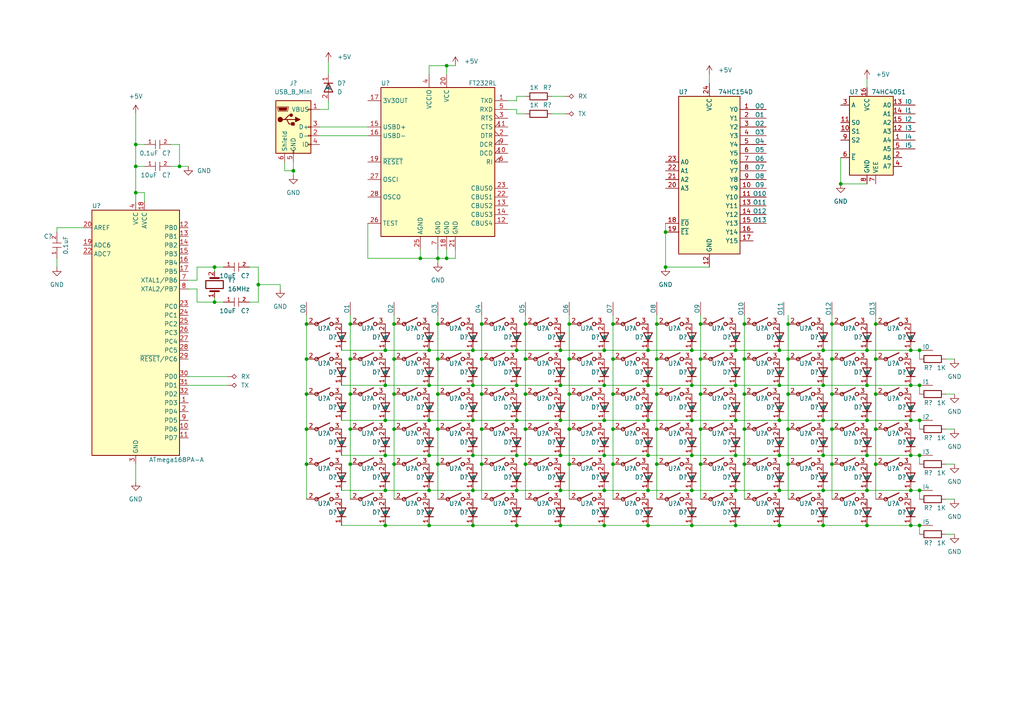
<source format=kicad_sch>
(kicad_sch (version 20211123) (generator eeschema)
  (paper "A4")
  (junction (at 129.54 19.05))
  (junction (at 226.06 121.92))
  (junction (at 215.9 104.14))
  (junction (at 226.06 111.76))
  (junction (at 187.96 142.24))
  (junction (at 162.56 132.08))
  (junction (at 213.36 111.76))
  (junction (at 251.46 121.92))
  (junction (at 238.76 121.92))
  (junction (at 149.86 101.6))
  (junction (at 139.7 114.3))
  (junction (at 190.5 114.3))
  (junction (at 200.66 152.4))
  (junction (at 187.96 101.6))
  (junction (at 127 134.62))
  (junction (at 200.66 132.08))
  (junction (at 162.56 152.4))
  (junction (at 114.3 104.14))
  (junction (at 266.7 121.92))
  (junction (at 203.2 93.98))
  (junction (at 101.6 134.62))
  (junction (at 193.04 77.47))
  (junction (at 152.4 134.62))
  (junction (at 187.96 121.92))
  (junction (at 226.06 142.24))
  (junction (at 238.76 142.24))
  (junction (at 127 104.14))
  (junction (at 111.76 101.6))
  (junction (at 88.9 124.46))
  (junction (at 111.76 152.4))
  (junction (at 200.66 111.76))
  (junction (at 137.16 121.92))
  (junction (at 187.96 111.76))
  (junction (at 226.06 132.08))
  (junction (at 139.7 104.14))
  (junction (at 228.6 93.98))
  (junction (at 228.6 114.3))
  (junction (at 241.3 104.14))
  (junction (at 152.4 124.46))
  (junction (at 149.86 152.4))
  (junction (at 251.46 111.76))
  (junction (at 264.16 111.76))
  (junction (at 203.2 134.62))
  (junction (at 121.92 74.93))
  (junction (at 165.1 124.46))
  (junction (at 137.16 101.6))
  (junction (at 152.4 114.3))
  (junction (at 200.66 121.92))
  (junction (at 251.46 132.08))
  (junction (at 213.36 121.92))
  (junction (at 226.06 152.4))
  (junction (at 124.46 121.92))
  (junction (at 88.9 104.14))
  (junction (at 264.16 142.24))
  (junction (at 193.04 67.31))
  (junction (at 228.6 104.14))
  (junction (at 137.16 152.4))
  (junction (at 114.3 93.98))
  (junction (at 175.26 111.76))
  (junction (at 162.56 111.76))
  (junction (at 165.1 104.14))
  (junction (at 226.06 101.6))
  (junction (at 215.9 114.3))
  (junction (at 101.6 114.3))
  (junction (at 165.1 93.98))
  (junction (at 149.86 121.92))
  (junction (at 187.96 152.4))
  (junction (at 162.56 101.6))
  (junction (at 190.5 93.98))
  (junction (at 127 114.3))
  (junction (at 213.36 132.08))
  (junction (at 39.37 55.88))
  (junction (at 114.3 114.3))
  (junction (at 177.8 104.14))
  (junction (at 139.7 134.62))
  (junction (at 228.6 134.62))
  (junction (at 175.26 121.92))
  (junction (at 101.6 104.14))
  (junction (at 228.6 124.46))
  (junction (at 127 93.98))
  (junction (at 111.76 111.76))
  (junction (at 266.7 152.4))
  (junction (at 88.9 93.98))
  (junction (at 254 104.14))
  (junction (at 137.16 142.24))
  (junction (at 254 124.46))
  (junction (at 177.8 93.98))
  (junction (at 162.56 121.92))
  (junction (at 251.46 152.4))
  (junction (at 111.76 132.08))
  (junction (at 254 134.62))
  (junction (at 162.56 142.24))
  (junction (at 264.16 121.92))
  (junction (at 215.9 124.46))
  (junction (at 266.7 101.6))
  (junction (at 177.8 114.3))
  (junction (at 111.76 142.24))
  (junction (at 114.3 124.46))
  (junction (at 243.84 53.34))
  (junction (at 203.2 104.14))
  (junction (at 149.86 142.24))
  (junction (at 88.9 114.3))
  (junction (at 254 114.3))
  (junction (at 200.66 101.6))
  (junction (at 139.7 93.98))
  (junction (at 124.46 142.24))
  (junction (at 251.46 101.6))
  (junction (at 88.9 134.62))
  (junction (at 266.7 142.24))
  (junction (at 152.4 104.14))
  (junction (at 114.3 134.62))
  (junction (at 254 93.98))
  (junction (at 264.16 152.4))
  (junction (at 251.46 142.24))
  (junction (at 264.16 101.6))
  (junction (at 190.5 104.14))
  (junction (at 175.26 152.4))
  (junction (at 266.7 132.08))
  (junction (at 264.16 132.08))
  (junction (at 238.76 101.6))
  (junction (at 203.2 114.3))
  (junction (at 139.7 124.46))
  (junction (at 175.26 142.24))
  (junction (at 238.76 132.08))
  (junction (at 213.36 101.6))
  (junction (at 165.1 134.62))
  (junction (at 213.36 142.24))
  (junction (at 101.6 93.98))
  (junction (at 203.2 124.46))
  (junction (at 137.16 132.08))
  (junction (at 175.26 132.08))
  (junction (at 74.93 82.55))
  (junction (at 215.9 134.62))
  (junction (at 149.86 111.76))
  (junction (at 152.4 93.98))
  (junction (at 39.37 48.26))
  (junction (at 85.09 49.53))
  (junction (at 127 74.93))
  (junction (at 177.8 134.62))
  (junction (at 190.5 134.62))
  (junction (at 124.46 152.4))
  (junction (at 177.8 124.46))
  (junction (at 39.37 41.91))
  (junction (at 241.3 124.46))
  (junction (at 238.76 111.76))
  (junction (at 213.36 152.4))
  (junction (at 241.3 134.62))
  (junction (at 149.86 132.08))
  (junction (at 101.6 124.46))
  (junction (at 266.7 111.76))
  (junction (at 200.66 142.24))
  (junction (at 62.23 77.47))
  (junction (at 215.9 93.98))
  (junction (at 241.3 114.3))
  (junction (at 62.23 87.63))
  (junction (at 165.1 114.3))
  (junction (at 124.46 101.6))
  (junction (at 241.3 93.98))
  (junction (at 175.26 101.6))
  (junction (at 238.76 152.4))
  (junction (at 124.46 111.76))
  (junction (at 187.96 132.08))
  (junction (at 124.46 132.08))
  (junction (at 111.76 121.92))
  (junction (at 127 124.46))
  (junction (at 129.54 74.93))
  (junction (at 52.07 48.26))
  (junction (at 137.16 111.76))
  (junction (at 190.5 124.46))
  (wire (pts (xy 190.5 124.46) (xy 190.5 134.62)))
  (wire (pts (xy 187.96 121.92) (xy 200.66 121.92)))
  (wire (pts (xy 62.23 77.47) (xy 64.77 77.47)))
  (wire (pts (xy 88.9 93.98) (xy 88.9 104.14)))
  (wire (pts (xy 203.2 104.14) (xy 203.2 114.3)))
  (wire (pts (xy 226.06 142.24) (xy 238.76 142.24)))
  (wire (pts (xy 114.3 124.46) (xy 114.3 134.62)))
  (wire (pts (xy 241.3 104.14) (xy 241.3 114.3)))
  (wire (pts (xy 52.07 41.91) (xy 52.07 48.26)))
  (wire (pts (xy 16.51 66.04) (xy 24.13 66.04)))
  (wire (pts (xy 241.3 93.98) (xy 241.3 104.14)))
  (wire (pts (xy 177.8 91.44) (xy 177.8 93.98)))
  (wire (pts (xy 39.37 48.26) (xy 39.37 55.88)))
  (wire (pts (xy 149.86 29.21) (xy 149.86 27.94)))
  (wire (pts (xy 228.6 104.14) (xy 228.6 114.3)))
  (wire (pts (xy 266.7 152.4) (xy 266.7 154.94)))
  (wire (pts (xy 205.74 21.59) (xy 205.74 24.13)))
  (wire (pts (xy 215.9 124.46) (xy 215.9 134.62)))
  (wire (pts (xy 124.46 21.59) (xy 124.46 19.05)))
  (wire (pts (xy 149.86 121.92) (xy 162.56 121.92)))
  (wire (pts (xy 200.66 152.4) (xy 213.36 152.4)))
  (wire (pts (xy 215.9 104.14) (xy 215.9 114.3)))
  (wire (pts (xy 175.26 121.92) (xy 187.96 121.92)))
  (wire (pts (xy 137.16 101.6) (xy 149.86 101.6)))
  (wire (pts (xy 121.92 72.39) (xy 121.92 74.93)))
  (wire (pts (xy 266.7 101.6) (xy 266.7 104.14)))
  (wire (pts (xy 165.1 91.44) (xy 165.1 93.98)))
  (wire (pts (xy 74.93 82.55) (xy 74.93 87.63)))
  (wire (pts (xy 200.66 121.92) (xy 213.36 121.92)))
  (wire (pts (xy 213.36 121.92) (xy 226.06 121.92)))
  (wire (pts (xy 213.36 101.6) (xy 226.06 101.6)))
  (wire (pts (xy 175.26 101.6) (xy 187.96 101.6)))
  (wire (pts (xy 187.96 101.6) (xy 200.66 101.6)))
  (wire (pts (xy 92.71 31.75) (xy 95.25 31.75)))
  (wire (pts (xy 266.7 132.08) (xy 266.7 134.62)))
  (wire (pts (xy 175.26 152.4) (xy 187.96 152.4)))
  (wire (pts (xy 274.32 144.78) (xy 276.86 144.78)))
  (wire (pts (xy 264.16 152.4) (xy 266.7 152.4)))
  (wire (pts (xy 52.07 48.26) (xy 54.61 48.26)))
  (wire (pts (xy 99.06 152.4) (xy 111.76 152.4)))
  (wire (pts (xy 39.37 41.91) (xy 41.91 41.91)))
  (wire (pts (xy 190.5 104.14) (xy 190.5 114.3)))
  (wire (pts (xy 162.56 121.92) (xy 175.26 121.92)))
  (wire (pts (xy 264.16 111.76) (xy 266.7 111.76)))
  (wire (pts (xy 85.09 49.53) (xy 85.09 50.8)))
  (wire (pts (xy 162.56 101.6) (xy 175.26 101.6)))
  (wire (pts (xy 152.4 104.14) (xy 152.4 114.3)))
  (wire (pts (xy 203.2 124.46) (xy 203.2 134.62)))
  (wire (pts (xy 111.76 152.4) (xy 124.46 152.4)))
  (wire (pts (xy 200.66 101.6) (xy 213.36 101.6)))
  (wire (pts (xy 149.86 27.94) (xy 152.4 27.94)))
  (wire (pts (xy 124.46 19.05) (xy 129.54 19.05)))
  (wire (pts (xy 175.26 142.24) (xy 187.96 142.24)))
  (wire (pts (xy 57.15 81.28) (xy 57.15 77.47)))
  (wire (pts (xy 124.46 132.08) (xy 137.16 132.08)))
  (wire (pts (xy 215.9 93.98) (xy 215.9 104.14)))
  (wire (pts (xy 213.36 152.4) (xy 226.06 152.4)))
  (wire (pts (xy 190.5 134.62) (xy 190.5 144.78)))
  (wire (pts (xy 226.06 111.76) (xy 238.76 111.76)))
  (wire (pts (xy 82.55 49.53) (xy 85.09 49.53)))
  (wire (pts (xy 274.32 104.14) (xy 276.86 104.14)))
  (wire (pts (xy 165.1 104.14) (xy 165.1 114.3)))
  (wire (pts (xy 241.3 124.46) (xy 241.3 134.62)))
  (wire (pts (xy 243.84 53.34) (xy 251.46 53.34)))
  (wire (pts (xy 39.37 134.62) (xy 39.37 139.7)))
  (wire (pts (xy 238.76 132.08) (xy 251.46 132.08)))
  (wire (pts (xy 127 74.93) (xy 129.54 74.93)))
  (wire (pts (xy 254 134.62) (xy 254 144.78)))
  (wire (pts (xy 165.1 124.46) (xy 165.1 134.62)))
  (wire (pts (xy 238.76 142.24) (xy 251.46 142.24)))
  (wire (pts (xy 264.16 121.92) (xy 266.7 121.92)))
  (wire (pts (xy 187.96 132.08) (xy 200.66 132.08)))
  (wire (pts (xy 213.36 132.08) (xy 226.06 132.08)))
  (wire (pts (xy 39.37 33.02) (xy 39.37 41.91)))
  (wire (pts (xy 114.3 114.3) (xy 114.3 124.46)))
  (wire (pts (xy 124.46 142.24) (xy 137.16 142.24)))
  (wire (pts (xy 241.3 114.3) (xy 241.3 124.46)))
  (wire (pts (xy 127 72.39) (xy 127 74.93)))
  (wire (pts (xy 106.68 64.77) (xy 106.68 74.93)))
  (wire (pts (xy 54.61 109.22) (xy 66.04 109.22)))
  (wire (pts (xy 127 134.62) (xy 127 144.78)))
  (wire (pts (xy 101.6 134.62) (xy 101.6 144.78)))
  (wire (pts (xy 124.46 111.76) (xy 137.16 111.76)))
  (wire (pts (xy 99.06 101.6) (xy 111.76 101.6)))
  (wire (pts (xy 213.36 111.76) (xy 226.06 111.76)))
  (wire (pts (xy 99.06 121.92) (xy 111.76 121.92)))
  (wire (pts (xy 200.66 142.24) (xy 213.36 142.24)))
  (wire (pts (xy 243.84 45.72) (xy 243.84 53.34)))
  (wire (pts (xy 165.1 114.3) (xy 165.1 124.46)))
  (wire (pts (xy 101.6 91.44) (xy 101.6 93.98)))
  (wire (pts (xy 251.46 111.76) (xy 264.16 111.76)))
  (wire (pts (xy 152.4 124.46) (xy 152.4 134.62)))
  (wire (pts (xy 114.3 104.14) (xy 114.3 114.3)))
  (wire (pts (xy 162.56 132.08) (xy 175.26 132.08)))
  (wire (pts (xy 92.71 36.83) (xy 106.68 36.83)))
  (wire (pts (xy 162.56 111.76) (xy 175.26 111.76)))
  (wire (pts (xy 149.86 33.02) (xy 152.4 33.02)))
  (wire (pts (xy 177.8 104.14) (xy 177.8 114.3)))
  (wire (pts (xy 139.7 134.62) (xy 139.7 144.78)))
  (wire (pts (xy 205.74 77.47) (xy 193.04 77.47)))
  (wire (pts (xy 149.86 152.4) (xy 162.56 152.4)))
  (wire (pts (xy 152.4 93.98) (xy 152.4 104.14)))
  (wire (pts (xy 54.61 81.28) (xy 57.15 81.28)))
  (wire (pts (xy 95.25 17.78) (xy 95.25 21.59)))
  (wire (pts (xy 274.32 154.94) (xy 276.86 154.94)))
  (wire (pts (xy 74.93 77.47) (xy 74.93 82.55)))
  (wire (pts (xy 177.8 114.3) (xy 177.8 124.46)))
  (wire (pts (xy 62.23 87.63) (xy 64.77 87.63)))
  (wire (pts (xy 54.61 111.76) (xy 66.04 111.76)))
  (wire (pts (xy 187.96 111.76) (xy 200.66 111.76)))
  (wire (pts (xy 254 124.46) (xy 254 134.62)))
  (wire (pts (xy 241.3 91.44) (xy 241.3 93.9735)))
  (wire (pts (xy 152.4 91.44) (xy 152.4 93.98)))
  (wire (pts (xy 251.46 22.86) (xy 251.46 25.4)))
  (wire (pts (xy 111.76 132.08) (xy 124.46 132.08)))
  (wire (pts (xy 251.46 132.08) (xy 264.16 132.08)))
  (wire (pts (xy 177.8 124.46) (xy 177.8 134.62)))
  (wire (pts (xy 215.9 114.3) (xy 215.9 124.46)))
  (wire (pts (xy 127 114.3) (xy 127 124.46)))
  (wire (pts (xy 147.32 31.75) (xy 149.86 31.75)))
  (wire (pts (xy 190.5 114.3) (xy 190.5 124.46)))
  (wire (pts (xy 57.15 83.82) (xy 57.15 87.63)))
  (wire (pts (xy 139.7 91.44) (xy 139.7 93.98)))
  (wire (pts (xy 88.9 134.62) (xy 88.9 144.78)))
  (wire (pts (xy 228.6 114.3) (xy 228.6 124.46)))
  (wire (pts (xy 215.9 134.62) (xy 215.9 144.78)))
  (wire (pts (xy 147.32 29.21) (xy 149.86 29.21)))
  (wire (pts (xy 203.2 114.3) (xy 203.2 124.46)))
  (wire (pts (xy 49.53 48.26) (xy 52.07 48.26)))
  (wire (pts (xy 254 104.14) (xy 254 114.3)))
  (wire (pts (xy 114.3 91.44) (xy 114.3 93.98)))
  (wire (pts (xy 228.6 91.44) (xy 228.6 93.9735)))
  (wire (pts (xy 137.16 152.4) (xy 149.86 152.4)))
  (wire (pts (xy 41.91 58.42) (xy 41.91 55.88)))
  (wire (pts (xy 49.53 41.91) (xy 52.07 41.91)))
  (wire (pts (xy 99.06 111.76) (xy 111.76 111.76)))
  (wire (pts (xy 193.04 67.31) (xy 193.04 64.77)))
  (wire (pts (xy 238.76 111.76) (xy 251.46 111.76)))
  (wire (pts (xy 127 91.44) (xy 127 93.98)))
  (wire (pts (xy 121.92 74.93) (xy 127 74.93)))
  (wire (pts (xy 129.54 72.39) (xy 129.54 74.93)))
  (wire (pts (xy 251.46 121.92) (xy 264.16 121.92)))
  (wire (pts (xy 251.46 101.6) (xy 264.16 101.6)))
  (wire (pts (xy 92.71 39.37) (xy 106.68 39.37)))
  (wire (pts (xy 88.9 114.3) (xy 88.9 124.46)))
  (wire (pts (xy 264.16 101.6) (xy 266.7 101.6)))
  (wire (pts (xy 200.66 111.76) (xy 213.36 111.76)))
  (wire (pts (xy 85.09 49.53) (xy 85.09 46.99)))
  (wire (pts (xy 39.37 48.26) (xy 41.91 48.26)))
  (wire (pts (xy 74.93 87.63) (xy 72.39 87.63)))
  (wire (pts (xy 254 114.3) (xy 254 124.46)))
  (wire (pts (xy 254 93.98) (xy 254 104.14)))
  (wire (pts (xy 266.7 111.76) (xy 266.7 114.3)))
  (wire (pts (xy 228.6 134.62) (xy 228.6 144.78)))
  (wire (pts (xy 226.06 121.92) (xy 238.76 121.92)))
  (wire (pts (xy 99.06 142.24) (xy 111.76 142.24)))
  (wire (pts (xy 39.37 58.42) (xy 39.37 55.88)))
  (wire (pts (xy 16.51 67.31) (xy 16.51 66.04)))
  (wire (pts (xy 57.15 77.47) (xy 62.23 77.47)))
  (wire (pts (xy 124.46 101.6) (xy 137.16 101.6)))
  (wire (pts (xy 177.8 134.62) (xy 177.8 144.78)))
  (wire (pts (xy 101.6 104.14) (xy 101.6 114.3)))
  (wire (pts (xy 203.2 91.4465) (xy 203.2 93.98)))
  (wire (pts (xy 129.54 19.05) (xy 132.08 19.05)))
  (wire (pts (xy 203.2 134.62) (xy 203.2 144.78)))
  (wire (pts (xy 137.16 121.92) (xy 149.86 121.92)))
  (wire (pts (xy 177.8 93.98) (xy 177.8 104.14)))
  (wire (pts (xy 226.06 101.6) (xy 238.76 101.6)))
  (wire (pts (xy 137.16 132.08) (xy 149.86 132.08)))
  (wire (pts (xy 124.46 121.92) (xy 137.16 121.92)))
  (wire (pts (xy 127 74.93) (xy 127 76.2)))
  (wire (pts (xy 149.86 101.6) (xy 162.56 101.6)))
  (wire (pts (xy 274.32 134.62) (xy 276.86 134.62)))
  (wire (pts (xy 149.86 31.75) (xy 149.86 33.02)))
  (wire (pts (xy 137.16 142.24) (xy 149.86 142.24)))
  (wire (pts (xy 251.46 152.4) (xy 264.16 152.4)))
  (wire (pts (xy 16.51 74.93) (xy 16.51 77.47)))
  (wire (pts (xy 228.6 124.46) (xy 228.6 134.62)))
  (wire (pts (xy 193.04 77.47) (xy 193.04 67.31)))
  (wire (pts (xy 57.15 87.63) (xy 62.23 87.63)))
  (wire (pts (xy 152.4 114.3) (xy 152.4 124.46)))
  (wire (pts (xy 139.7 124.46) (xy 139.7 134.62)))
  (wire (pts (xy 111.76 111.76) (xy 124.46 111.76)))
  (wire (pts (xy 241.3 134.62) (xy 241.3 144.78)))
  (wire (pts (xy 111.76 142.24) (xy 124.46 142.24)))
  (wire (pts (xy 165.1 93.98) (xy 165.1 104.14)))
  (wire (pts (xy 124.46 152.4) (xy 137.16 152.4)))
  (wire (pts (xy 213.36 142.24) (xy 226.06 142.24)))
  (wire (pts (xy 127 93.98) (xy 127 104.14)))
  (wire (pts (xy 114.3 134.62) (xy 114.3 144.78)))
  (wire (pts (xy 175.26 111.76) (xy 187.96 111.76)))
  (wire (pts (xy 149.86 142.24) (xy 162.56 142.24)))
  (wire (pts (xy 264.16 132.08) (xy 266.7 132.08)))
  (wire (pts (xy 101.6 93.98) (xy 101.6 104.14)))
  (wire (pts (xy 139.7 104.14) (xy 139.7 114.3)))
  (wire (pts (xy 81.28 83.82) (xy 81.28 82.55)))
  (wire (pts (xy 111.76 101.6) (xy 124.46 101.6)))
  (wire (pts (xy 137.16 111.76) (xy 149.86 111.76)))
  (wire (pts (xy 127 104.14) (xy 127 114.3)))
  (wire (pts (xy 226.06 132.08) (xy 238.76 132.08)))
  (wire (pts (xy 111.76 121.92) (xy 124.46 121.92)))
  (wire (pts (xy 175.26 132.08) (xy 187.96 132.08)))
  (wire (pts (xy 101.6 114.3) (xy 101.6 124.46)))
  (wire (pts (xy 101.6 124.46) (xy 101.6 134.62)))
  (wire (pts (xy 190.5 91.44) (xy 190.5 93.98)))
  (wire (pts (xy 139.7 114.3) (xy 139.7 124.46)))
  (wire (pts (xy 114.3 93.98) (xy 114.3 104.14)))
  (wire (pts (xy 88.9 124.46) (xy 88.9 134.62)))
  (wire (pts (xy 62.23 86.36) (xy 62.23 87.63)))
  (wire (pts (xy 41.91 55.88) (xy 39.37 55.88)))
  (wire (pts (xy 238.76 101.6) (xy 251.46 101.6)))
  (wire (pts (xy 251.46 142.24) (xy 264.16 142.24)))
  (wire (pts (xy 200.66 132.08) (xy 213.36 132.08)))
  (wire (pts (xy 132.08 74.93) (xy 132.08 72.39)))
  (wire (pts (xy 228.6 93.98) (xy 228.6 104.14)))
  (wire (pts (xy 238.76 152.4) (xy 251.46 152.4)))
  (wire (pts (xy 160.02 27.94) (xy 163.83 27.94)))
  (wire (pts (xy 152.4 134.62) (xy 152.4 144.78)))
  (wire (pts (xy 99.06 132.08) (xy 111.76 132.08)))
  (wire (pts (xy 274.32 124.46) (xy 276.86 124.46)))
  (wire (pts (xy 264.16 142.24) (xy 266.7 142.24)))
  (wire (pts (xy 54.61 83.82) (xy 57.15 83.82)))
  (wire (pts (xy 39.37 41.91) (xy 39.37 48.26)))
  (wire (pts (xy 127 124.46) (xy 127 134.62)))
  (wire (pts (xy 106.68 74.93) (xy 121.92 74.93)))
  (wire (pts (xy 266.7 121.92) (xy 266.7 124.46)))
  (wire (pts (xy 129.54 74.93) (xy 132.08 74.93)))
  (wire (pts (xy 266.7 142.24) (xy 266.7 144.78)))
  (wire (pts (xy 88.9 91.44) (xy 88.9 93.98)))
  (wire (pts (xy 162.56 142.24) (xy 175.26 142.24)))
  (wire (pts (xy 88.9 104.14) (xy 88.9 114.3)))
  (wire (pts (xy 62.23 77.47) (xy 62.23 78.74)))
  (wire (pts (xy 82.55 46.99) (xy 82.55 49.53)))
  (wire (pts (xy 165.1 134.62) (xy 165.1 144.78)))
  (wire (pts (xy 203.2 93.98) (xy 203.2 104.14)))
  (wire (pts (xy 215.9 91.4465) (xy 215.9 93.98)))
  (wire (pts (xy 187.96 142.24) (xy 200.66 142.24)))
  (wire (pts (xy 238.76 121.92) (xy 251.46 121.92)))
  (wire (pts (xy 72.39 77.47) (xy 74.93 77.47)))
  (wire (pts (xy 254 91.44) (xy 254 93.9735)))
  (wire (pts (xy 226.06 152.4) (xy 238.76 152.4)))
  (wire (pts (xy 160.02 33.02) (xy 163.83 33.02)))
  (wire (pts (xy 187.96 152.4) (xy 200.66 152.4)))
  (wire (pts (xy 129.54 19.05) (xy 129.54 21.59)))
  (wire (pts (xy 274.32 114.3) (xy 276.86 114.3)))
  (wire (pts (xy 149.86 111.76) (xy 162.56 111.76)))
  (wire (pts (xy 95.25 31.75) (xy 95.25 29.21)))
  (wire (pts (xy 74.93 82.55) (xy 81.28 82.55)))
  (wire (pts (xy 190.5 93.98) (xy 190.5 104.14)))
  (wire (pts (xy 139.7 93.98) (xy 139.7 104.14)))
  (wire (pts (xy 162.56 152.4) (xy 175.26 152.4)))
  (wire (pts (xy 149.86 132.08) (xy 162.56 132.08)))
  (symbol (lib_id "symbols:Switch") (at 132.08 124.46 0) (unit 1)
    (property "Reference" "U?" (at 132.08 125.73 0))
    (property "Value" "Switch" (effects hide))
  )
  (symbol (lib_id "symbols:D") (at 124.46 97.79 90) (unit 1)
    (property "Reference" "D?" (at 123.19 97.79 90) (effects (justify left)))
    (property "Value" "D" (effects hide))
  )
  (symbol (lib_id "symbols:D") (at 200.66 138.43 90) (unit 1)
    (property "Reference" "D?" (at 199.39 138.43 90) (effects (justify left)))
    (property "Value" "D" (effects hide))
  )
  (symbol (lib_id "symbols:I3") (at 261.62 38.1 180) (unit 1) (in_bom no) (on_board no)
    (property "Reference" "#O?" (effects hide))
    (property "Value" "I3" (effects hide))
  )
  (symbol (lib_id "symbols:Switch") (at 144.78 114.3 0) (unit 1)
    (property "Reference" "U?" (at 144.78 115.57 0))
    (property "Value" "Switch" (effects hide))
  )
  (symbol (lib_id "symbols:D") (at 99.06 138.43 90) (unit 1)
    (property "Reference" "D?" (at 97.79 138.43 90) (effects (justify left)))
    (property "Value" "D" (effects hide))
  )
  (symbol (lib_id "symbols:O2") (at 218.44 36.83 180) (unit 1) (in_bom no) (on_board no)
    (property "Reference" "#O?" (effects hide))
    (property "Value" "O2" (effects hide))
  )
  (symbol (lib_id "symbols:Switch") (at 220.98 144.78 0) (unit 1)
    (property "Reference" "U?" (at 220.98 146.05 0))
    (property "Value" "Switch" (effects hide))
  )
  (symbol (lib_id "symbols:Switch") (at 220.98 114.3 0) (unit 1)
    (property "Reference" "U?" (at 220.98 115.57 0))
    (property "Value" "Switch" (effects hide))
  )
  (symbol (lib_id "symbols:D") (at 251.46 97.79 90) (unit 1)
    (property "Reference" "D?" (at 250.19 97.79 90) (effects (justify left)))
    (property "Value" "D" (effects hide))
  )
  (symbol (lib_id "symbols:O0") (at 218.44 31.75 180) (unit 1) (in_bom no) (on_board no)
    (property "Reference" "#O?" (effects hide))
    (property "Value" "O0" (effects hide))
  )
  (symbol (lib_id "symbols:Switch") (at 233.68 144.78 0) (unit 1)
    (property "Reference" "U?" (at 233.68 146.05 0))
    (property "Value" "Switch" (effects hide))
  )
  (symbol (lib_id "symbols:C") (at 68.58 77.47 90) (unit 1)
    (property "Reference" "C?" (at 71.12 80.01 90))
    (property "Value" "10uF" (at 66.04 80.01 90))
  )
  (symbol (lib_id "symbols:D") (at 226.06 138.43 90) (unit 1)
    (property "Reference" "D?" (at 224.79 138.43 90) (effects (justify left)))
    (property "Value" "D" (effects hide))
  )
  (symbol (lib_id "symbols:O9") (at 203.2 91.44 270) (unit 1) (in_bom no) (on_board no)
    (property "Reference" "#O?" (effects hide))
    (property "Value" "O9" (effects hide))
  )
  (symbol (lib_id "symbols:C") (at 45.72 41.91 90) (unit 1)
    (property "Reference" "C?" (at 48.26 44.45 90))
    (property "Value" "0.1uF" (at 43.18 44.45 90))
  )
  (symbol (lib_id "symbols:D") (at 226.06 118.11 90) (unit 1)
    (property "Reference" "D?" (at 224.79 118.11 90) (effects (justify left)))
    (property "Value" "D" (effects hide))
  )
  (symbol (lib_id "symbols:Switch") (at 233.68 114.3 0) (unit 1)
    (property "Reference" "U?" (at 233.68 115.57 0))
    (property "Value" "Switch" (effects hide))
  )
  (symbol (lib_id "symbols:FT232RL") (at 127 46.99 0) (unit 1)
    (property "Reference" "U?" (at 110.49 24.13 0) (effects (justify left)))
    (property "Value" "FT232RL" (at 135.89 24.13 0) (effects (justify left)))
  )
  (symbol (lib_id "power:GND") (at 276.86 134.62 0) (unit 1)
    (property "Reference" "#PWR?" (effects hide))
    (property "Value" "GND" (at 276.86 139.7 0))
  )
  (symbol (lib_id "symbols:D") (at 200.66 107.95 90) (unit 1)
    (property "Reference" "D?" (at 199.39 107.95 90) (effects (justify left)))
    (property "Value" "D" (effects hide))
  )
  (symbol (lib_id "symbols:Switch") (at 119.38 144.78 0) (unit 1)
    (property "Reference" "U?" (at 119.38 146.05 0))
    (property "Value" "Switch" (effects hide))
  )
  (symbol (lib_id "symbols:Switch") (at 208.28 114.3 0) (unit 1)
    (property "Reference" "U?" (at 208.28 115.57 0))
    (property "Value" "Switch" (effects hide))
  )
  (symbol (lib_id "symbols:Switch") (at 106.68 104.14 0) (unit 1)
    (property "Reference" "U?" (at 106.68 105.41 0))
    (property "Value" "Switch" (effects hide))
  )
  (symbol (lib_id "power:+5V") (at 39.37 33.02 0) (unit 1)
    (property "Reference" "#PWR?" (effects hide))
    (property "Value" "+5V" (at 39.37 27.94 0))
  )
  (symbol (lib_id "symbols:O12") (at 218.44 62.23 180) (unit 1) (in_bom no) (on_board no)
    (property "Reference" "#O?" (effects hide))
    (property "Value" "O12" (effects hide))
  )
  (symbol (lib_id "power:GND") (at 276.86 144.78 0) (unit 1)
    (property "Reference" "#PWR?" (effects hide))
    (property "Value" "GND" (at 276.86 149.86 0))
  )
  (symbol (lib_id "symbols:Switch") (at 157.48 124.46 0) (unit 1)
    (property "Reference" "U?" (at 157.48 125.73 0))
    (property "Value" "Switch" (effects hide))
  )
  (symbol (lib_id "symbols:Switch") (at 119.38 93.98 0) (unit 1)
    (property "Reference" "U?" (at 119.38 95.25 0))
    (property "Value" "Switch" (effects hide))
  )
  (symbol (lib_id "symbols:Switch") (at 119.38 104.14 0) (unit 1)
    (property "Reference" "U?" (at 119.38 105.41 0))
    (property "Value" "Switch" (effects hide))
  )
  (symbol (lib_id "symbols:D") (at 137.16 97.79 90) (unit 1)
    (property "Reference" "D?" (at 135.89 97.79 90) (effects (justify left)))
    (property "Value" "D" (effects hide))
  )
  (symbol (lib_id "symbols:Switch") (at 195.58 144.78 0) (unit 1)
    (property "Reference" "U?" (at 195.58 146.05 0))
    (property "Value" "Switch" (effects hide))
  )
  (symbol (lib_id "symbols:R") (at 270.51 104.14 90) (unit 1)
    (property "Reference" "R?" (at 269.24 106.68 90))
    (property "Value" "1K" (at 273.05 106.68 90))
  )
  (symbol (lib_id "power:GND") (at 276.86 114.3 0) (unit 1)
    (property "Reference" "#PWR?" (effects hide))
    (property "Value" "GND" (at 276.86 119.38 0))
  )
  (symbol (lib_id "symbols:Switch") (at 93.98 134.62 0) (unit 1)
    (property "Reference" "U?" (at 93.98 135.89 0))
    (property "Value" "Switch" (effects hide))
  )
  (symbol (lib_id "symbols:D") (at 251.46 107.95 90) (unit 1)
    (property "Reference" "D?" (at 250.19 107.95 90) (effects (justify left)))
    (property "Value" "D" (effects hide))
  )
  (symbol (lib_id "symbols:ATmega168PA-A") (at 39.37 96.52 0) (unit 1)
    (property "Reference" "U?" (at 26.67 59.69 0) (effects (justify left)))
    (property "Value" "ATmega168PA-A" (at 43.18 133.35 0) (effects (justify left)))
    (property "Footprint" "Package_QFP:TQFP-32_7x7mm_P0.8mm" (effects hide))
    (property "Datasheet" "http://ww1.microchip.com/downloads/en/DeviceDoc/ATmega48PA_88PA_168PA-Data-Sheet-40002011A.pdf" (effects hide))
  )
  (symbol (lib_id "symbols:Switch") (at 182.88 104.14 0) (unit 1)
    (property "Reference" "U?" (at 182.88 105.41 0))
    (property "Value" "Switch" (effects hide))
  )
  (symbol (lib_id "symbols:Switch") (at 182.88 93.98 0) (unit 1)
    (property "Reference" "U?" (at 182.88 95.25 0))
    (property "Value" "Switch" (effects hide))
  )
  (symbol (lib_id "power:GND") (at 81.28 83.82 0) (unit 1)
    (property "Reference" "#PWR?" (effects hide))
    (property "Value" "GND" (at 81.28 88.9 0))
  )
  (symbol (lib_id "symbols:D") (at 162.56 148.59 90) (unit 1)
    (property "Reference" "D?" (at 161.29 148.59 90) (effects (justify left)))
    (property "Value" "D" (effects hide))
  )
  (symbol (lib_id "symbols:Switch") (at 144.78 144.78 0) (unit 1)
    (property "Reference" "U?" (at 144.78 146.05 0))
    (property "Value" "Switch" (effects hide))
  )
  (symbol (lib_id "symbols:D") (at 99.06 107.95 90) (unit 1)
    (property "Reference" "D?" (at 97.79 107.95 90) (effects (justify left)))
    (property "Value" "D" (effects hide))
  )
  (symbol (lib_id "symbols:O6") (at 165.1 91.44 270) (unit 1) (in_bom no) (on_board no)
    (property "Reference" "#O?" (effects hide))
    (property "Value" "O6" (effects hide))
  )
  (symbol (lib_id "symbols:Switch") (at 246.38 144.78 0) (unit 1)
    (property "Reference" "U?" (at 246.38 146.05 0))
    (property "Value" "Switch" (effects hide))
  )
  (symbol (lib_id "symbols:D") (at 111.76 97.79 90) (unit 1)
    (property "Reference" "D?" (at 110.49 97.79 90) (effects (justify left)))
    (property "Value" "D" (effects hide))
  )
  (symbol (lib_id "power:GND") (at 127 76.2 0) (unit 1)
    (property "Reference" "#PWR?" (effects hide))
    (property "Value" "GND" (at 127 81.28 0))
  )
  (symbol (lib_id "symbols:C") (at 45.72 48.26 90) (unit 1)
    (property "Reference" "C?" (at 48.26 50.8 90))
    (property "Value" "10uF" (at 43.18 50.8 90))
  )
  (symbol (lib_id "symbols:D") (at 124.46 148.59 90) (unit 1)
    (property "Reference" "D?" (at 123.19 148.59 90) (effects (justify left)))
    (property "Value" "D" (effects hide))
  )
  (symbol (lib_id "symbols:Switch") (at 259.08 124.46 0) (unit 1)
    (property "Reference" "U?" (at 259.08 125.73 0))
    (property "Value" "Switch" (effects hide))
  )
  (symbol (lib_id "symbols:Switch") (at 119.38 134.62 0) (unit 1)
    (property "Reference" "U?" (at 119.38 135.89 0))
    (property "Value" "Switch" (effects hide))
  )
  (symbol (lib_id "symbols:Switch") (at 106.68 93.98 0) (unit 1)
    (property "Reference" "U?" (at 106.68 95.25 0))
    (property "Value" "Switch" (effects hide))
  )
  (symbol (lib_id "symbols:D") (at 200.66 128.27 90) (unit 1)
    (property "Reference" "D?" (at 199.39 128.27 90) (effects (justify left)))
    (property "Value" "D" (effects hide))
  )
  (symbol (lib_id "symbols:D") (at 99.06 118.11 90) (unit 1)
    (property "Reference" "D?" (at 97.79 118.11 90) (effects (justify left)))
    (property "Value" "D" (effects hide))
  )
  (symbol (lib_id "symbols:Switch") (at 144.78 124.46 0) (unit 1)
    (property "Reference" "U?" (at 144.78 125.73 0))
    (property "Value" "Switch" (effects hide))
  )
  (symbol (lib_id "symbols:USB_B_Mini") (at 85.09 36.83 0) (unit 1)
    (property "Reference" "J?" (at 85.09 24.13 0))
    (property "Value" "USB_B_Mini" (at 85.09 26.67 0))
  )
  (symbol (lib_id "power:GND") (at 243.84 53.34 0) (unit 1)
    (property "Reference" "#PWR?" (effects hide))
    (property "Value" "GND" (at 243.84 58.42 0))
  )
  (symbol (lib_id "symbols:I2") (at 261.62 35.56 180) (unit 1) (in_bom no) (on_board no)
    (property "Reference" "#O?" (effects hide))
    (property "Value" "I2" (effects hide))
  )
  (symbol (lib_id "symbols:O2") (at 114.3 91.44 270) (unit 1) (in_bom no) (on_board no)
    (property "Reference" "#O?" (effects hide))
    (property "Value" "O2" (effects hide))
  )
  (symbol (lib_id "symbols:Switch") (at 195.58 93.98 0) (unit 1)
    (property "Reference" "U?" (at 195.58 95.25 0))
    (property "Value" "Switch" (effects hide))
  )
  (symbol (lib_id "symbols:74HC4051") (at 251.46 38.1 0) (unit 1)
    (property "Reference" "U?" (at 246.38 26.67 0) (effects (justify left)))
    (property "Value" "74HC4051" (at 252.73 26.67 0) (effects (justify left)))
    (property "Datasheet" "http://www.ti.com/lit/ds/symlink/cd74hc4051.pdf" (effects hide))
  )
  (symbol (lib_id "symbols:Switch") (at 170.18 144.78 0) (unit 1)
    (property "Reference" "U?" (at 170.18 146.05 0))
    (property "Value" "Switch" (effects hide))
  )
  (symbol (lib_id "symbols:Switch") (at 132.08 134.62 0) (unit 1)
    (property "Reference" "U?" (at 132.08 135.89 0))
    (property "Value" "Switch" (effects hide))
  )
  (symbol (lib_id "symbols:O5") (at 152.4 91.44 270) (unit 1) (in_bom no) (on_board no)
    (property "Reference" "#O?" (effects hide))
    (property "Value" "O5" (effects hide))
  )
  (symbol (lib_id "symbols:Switch") (at 93.98 104.14 0) (unit 1)
    (property "Reference" "U?" (at 93.98 105.41 0))
    (property "Value" "Switch" (effects hide))
  )
  (symbol (lib_id "symbols:R") (at 156.21 33.02 90) (unit 1)
    (property "Reference" "R?" (at 158.75 30.48 90))
    (property "Value" "1K" (at 154.94 30.48 90))
  )
  (symbol (lib_id "symbols:D") (at 213.36 148.59 90) (unit 1)
    (property "Reference" "D?" (at 212.09 148.59 90) (effects (justify left)))
    (property "Value" "D" (effects hide))
  )
  (symbol (lib_id "symbols:Switch") (at 170.18 124.46 0) (unit 1)
    (property "Reference" "U?" (at 170.18 125.73 0))
    (property "Value" "Switch" (effects hide))
  )
  (symbol (lib_id "symbols:Switch") (at 170.18 93.98 0) (unit 1)
    (property "Reference" "U?" (at 170.18 95.25 0))
    (property "Value" "Switch" (effects hide))
  )
  (symbol (lib_id "symbols:I2") (at 266.7 121.92 180) (unit 1) (in_bom no) (on_board no)
    (property "Reference" "#O?" (effects hide))
    (property "Value" "I2" (effects hide))
  )
  (symbol (lib_id "symbols:C") (at 16.51 71.12 180) (unit 1)
    (property "Reference" "C?" (at 13.97 68.58 0))
    (property "Value" "0.1uF" (at 19.05 71.12 90))
  )
  (symbol (lib_id "symbols:D") (at 99.06 128.27 90) (unit 1)
    (property "Reference" "D?" (at 97.79 128.27 90) (effects (justify left)))
    (property "Value" "D" (effects hide))
  )
  (symbol (lib_id "symbols:D") (at 162.56 118.11 90) (unit 1)
    (property "Reference" "D?" (at 161.29 118.11 90) (effects (justify left)))
    (property "Value" "D" (effects hide))
  )
  (symbol (lib_id "symbols:I5") (at 266.7 152.4 180) (unit 1) (in_bom no) (on_board no)
    (property "Reference" "#O?" (effects hide))
    (property "Value" "I5" (effects hide))
  )
  (symbol (lib_id "symbols:D") (at 162.56 107.95 90) (unit 1)
    (property "Reference" "D?" (at 161.29 107.95 90) (effects (justify left)))
    (property "Value" "D" (effects hide))
  )
  (symbol (lib_id "symbols:D") (at 251.46 118.11 90) (unit 1)
    (property "Reference" "D?" (at 250.19 118.11 90) (effects (justify left)))
    (property "Value" "D" (effects hide))
  )
  (symbol (lib_id "symbols:D") (at 187.96 97.79 90) (unit 1)
    (property "Reference" "D?" (at 186.69 97.79 90) (effects (justify left)))
    (property "Value" "D" (effects hide))
  )
  (symbol (lib_id "symbols:Switch") (at 208.28 104.14 0) (unit 1)
    (property "Reference" "U?" (at 208.28 105.41 0))
    (property "Value" "Switch" (effects hide))
  )
  (symbol (lib_id "symbols:D") (at 251.46 128.27 90) (unit 1)
    (property "Reference" "D?" (at 250.19 128.27 90) (effects (justify left)))
    (property "Value" "D" (effects hide))
  )
  (symbol (lib_id "power:GND") (at 276.86 104.14 0) (unit 1)
    (property "Reference" "#PWR?" (effects hide))
    (property "Value" "GND" (at 276.86 109.22 0))
  )
  (symbol (lib_id "symbols:Switch") (at 170.18 134.62 0) (unit 1)
    (property "Reference" "U?" (at 170.18 135.89 0))
    (property "Value" "Switch" (effects hide))
  )
  (symbol (lib_id "symbols:D") (at 187.96 118.11 90) (unit 1)
    (property "Reference" "D?" (at 186.69 118.11 90) (effects (justify left)))
    (property "Value" "D" (effects hide))
  )
  (symbol (lib_id "symbols:D") (at 175.26 107.95 90) (unit 1)
    (property "Reference" "D?" (at 173.99 107.95 90) (effects (justify left)))
    (property "Value" "D" (effects hide))
  )
  (symbol (lib_id "symbols:D") (at 149.86 148.59 90) (unit 1)
    (property "Reference" "D?" (at 148.59 148.59 90) (effects (justify left)))
    (property "Value" "D" (effects hide))
  )
  (symbol (lib_id "symbols:D") (at 238.76 138.43 90) (unit 1)
    (property "Reference" "D?" (at 237.49 138.43 90) (effects (justify left)))
    (property "Value" "D" (effects hide))
  )
  (symbol (lib_id "symbols:R") (at 270.51 114.3 90) (unit 1)
    (property "Reference" "R?" (at 269.24 116.84 90))
    (property "Value" "1K" (at 273.05 116.84 90))
  )
  (symbol (lib_id "symbols:Switch") (at 157.48 93.98 0) (unit 1)
    (property "Reference" "U?" (at 157.48 95.25 0))
    (property "Value" "Switch" (effects hide))
  )
  (symbol (lib_id "symbols:D") (at 213.36 118.11 90) (unit 1)
    (property "Reference" "D?" (at 212.09 118.11 90) (effects (justify left)))
    (property "Value" "D" (effects hide))
  )
  (symbol (lib_id "symbols:D") (at 124.46 128.27 90) (unit 1)
    (property "Reference" "D?" (at 123.19 128.27 90) (effects (justify left)))
    (property "Value" "D" (effects hide))
  )
  (symbol (lib_id "symbols:D") (at 175.26 128.27 90) (unit 1)
    (property "Reference" "D?" (at 173.99 128.27 90) (effects (justify left)))
    (property "Value" "D" (effects hide))
  )
  (symbol (lib_id "symbols:O1") (at 101.6 91.44 270) (unit 1) (in_bom no) (on_board no)
    (property "Reference" "#O?" (effects hide))
    (property "Value" "O1" (effects hide))
  )
  (symbol (lib_id "symbols:O11") (at 227.33 91.44 270) (unit 1) (in_bom no) (on_board no)
    (property "Reference" "#O?" (effects hide))
    (property "Value" "O11" (effects hide))
  )
  (symbol (lib_id "power:+5V") (at 95.25 17.78 0) (unit 1)
    (property "Reference" "#PWR?" (effects hide))
    (property "Value" "+5V" (at 97.79 16.5099 0) (effects (justify left)))
  )
  (symbol (lib_id "symbols:Switch") (at 208.28 124.46 0) (unit 1)
    (property "Reference" "U?" (at 208.28 125.73 0))
    (property "Value" "Switch" (effects hide))
  )
  (symbol (lib_id "power:GND") (at 85.09 50.8 0) (unit 1)
    (property "Reference" "#PWR?" (effects hide))
    (property "Value" "GND" (at 85.09 55.88 0))
  )
  (symbol (lib_id "symbols:Switch") (at 208.28 144.78 0) (unit 1)
    (property "Reference" "U?" (at 208.28 146.05 0))
    (property "Value" "Switch" (effects hide))
  )
  (symbol (lib_id "symbols:Switch") (at 195.58 134.62 0) (unit 1)
    (property "Reference" "U?" (at 195.58 135.89 0))
    (property "Value" "Switch" (effects hide))
  )
  (symbol (lib_id "symbols:O8") (at 190.5 91.44 270) (unit 1) (in_bom no) (on_board no)
    (property "Reference" "#O?" (effects hide))
    (property "Value" "O8" (effects hide))
  )
  (symbol (lib_id "symbols:D") (at 95.25 25.4 270) (unit 1)
    (property "Reference" "D?" (at 97.79 24.13 90) (effects (justify left)))
    (property "Value" "D" (at 97.79 26.67 90) (effects (justify left)))
  )
  (symbol (lib_id "symbols:Switch") (at 157.48 114.3 0) (unit 1)
    (property "Reference" "U?" (at 157.48 115.57 0))
    (property "Value" "Switch" (effects hide))
  )
  (symbol (lib_id "symbols:D") (at 200.66 148.59 90) (unit 1)
    (property "Reference" "D?" (at 199.39 148.59 90) (effects (justify left)))
    (property "Value" "D" (effects hide))
  )
  (symbol (lib_id "symbols:Switch") (at 132.08 104.14 0) (unit 1)
    (property "Reference" "U?" (at 132.08 105.41 0))
    (property "Value" "Switch" (effects hide))
  )
  (symbol (lib_id "symbols:Switch") (at 259.08 144.78 0) (unit 1)
    (property "Reference" "U?" (at 259.08 146.05 0))
    (property "Value" "Switch" (effects hide))
  )
  (symbol (lib_id "symbols:O13") (at 218.44 64.77 180) (unit 1) (in_bom no) (on_board no)
    (property "Reference" "#O?" (effects hide))
    (property "Value" "O13" (effects hide))
  )
  (symbol (lib_id "symbols:Switch") (at 220.98 93.98 0) (unit 1)
    (property "Reference" "U?" (at 220.98 95.25 0))
    (property "Value" "Switch" (effects hide))
  )
  (symbol (lib_id "symbols:Switch") (at 132.08 114.3 0) (unit 1)
    (property "Reference" "U?" (at 132.08 115.57 0))
    (property "Value" "Switch" (effects hide))
  )
  (symbol (lib_id "symbols:I4") (at 266.7 142.24 180) (unit 1) (in_bom no) (on_board no)
    (property "Reference" "#O?" (effects hide))
    (property "Value" "I4" (effects hide))
  )
  (symbol (lib_id "symbols:D") (at 137.16 118.11 90) (unit 1)
    (property "Reference" "D?" (at 135.89 118.11 90) (effects (justify left)))
    (property "Value" "D" (effects hide))
  )
  (symbol (lib_id "symbols:D") (at 175.26 148.59 90) (unit 1)
    (property "Reference" "D?" (at 173.99 148.59 90) (effects (justify left)))
    (property "Value" "D" (effects hide))
  )
  (symbol (lib_id "power:GND") (at 276.86 124.46 0) (unit 1)
    (property "Reference" "#PWR?" (effects hide))
    (property "Value" "GND" (at 276.86 129.54 0))
  )
  (symbol (lib_id "symbols:D") (at 175.26 138.43 90) (unit 1)
    (property "Reference" "D?" (at 173.99 138.43 90) (effects (justify left)))
    (property "Value" "D" (effects hide))
  )
  (symbol (lib_id "symbols:Switch") (at 93.98 144.78 0) (unit 1)
    (property "Reference" "U?" (at 93.98 146.05 0))
    (property "Value" "Switch" (effects hide))
  )
  (symbol (lib_id "symbols:I0") (at 261.62 30.48 180) (unit 1) (in_bom no) (on_board no)
    (property "Reference" "#O?" (effects hide))
    (property "Value" "I0" (effects hide))
  )
  (symbol (lib_id "symbols:O1") (at 218.44 34.29 180) (unit 1) (in_bom no) (on_board no)
    (property "Reference" "#O?" (effects hide))
    (property "Value" "O1" (effects hide))
  )
  (symbol (lib_id "symbols:Switch") (at 157.48 104.14 0) (unit 1)
    (property "Reference" "U?" (at 157.48 105.41 0))
    (property "Value" "Switch" (effects hide))
  )
  (symbol (lib_id "symbols:Switch") (at 132.08 93.98 0) (unit 1)
    (property "Reference" "U?" (at 132.08 95.25 0))
    (property "Value" "Switch" (effects hide))
  )
  (symbol (lib_id "symbols:I5") (at 261.62 43.18 180) (unit 1) (in_bom no) (on_board no)
    (property "Reference" "#O?" (effects hide))
    (property "Value" "I5" (effects hide))
  )
  (symbol (lib_id "symbols:O7") (at 177.8 91.44 270) (unit 1) (in_bom no) (on_board no)
    (property "Reference" "#O?" (effects hide))
    (property "Value" "O7" (effects hide))
  )
  (symbol (lib_id "symbols:D") (at 162.56 138.43 90) (unit 1)
    (property "Reference" "D?" (at 161.29 138.43 90) (effects (justify left)))
    (property "Value" "D" (effects hide))
  )
  (symbol (lib_id "symbols:Switch") (at 246.38 134.62 0) (unit 1)
    (property "Reference" "U?" (at 246.38 135.89 0))
    (property "Value" "Switch" (effects hide))
  )
  (symbol (lib_id "symbols:I1") (at 261.62 33.02 180) (unit 1) (in_bom no) (on_board no)
    (property "Reference" "#O?" (effects hide))
    (property "Value" "I1" (effects hide))
  )
  (symbol (lib_id "symbols:O5") (at 218.44 44.45 180) (unit 1) (in_bom no) (on_board no)
    (property "Reference" "#O?" (effects hide))
    (property "Value" "O5" (effects hide))
  )
  (symbol (lib_id "symbols:O13") (at 254 91.44 270) (unit 1) (in_bom no) (on_board no)
    (property "Reference" "#O?" (effects hide))
    (property "Value" "O13" (effects hide))
  )
  (symbol (lib_id "power:+5V") (at 251.46 22.86 0) (unit 1)
    (property "Reference" "#PWR?" (effects hide))
    (property "Value" "+5V" (at 254 21.5899 0) (effects (justify left)))
  )
  (symbol (lib_id "symbols:D") (at 124.46 107.95 90) (unit 1)
    (property "Reference" "D?" (at 123.19 107.95 90) (effects (justify left)))
    (property "Value" "D" (effects hide))
  )
  (symbol (lib_id "symbols:R") (at 270.51 134.62 90) (unit 1)
    (property "Reference" "R?" (at 269.24 137.16 90))
    (property "Value" "1K" (at 273.05 137.16 90))
  )
  (symbol (lib_id "symbols:O6") (at 218.44 46.99 180) (unit 1) (in_bom no) (on_board no)
    (property "Reference" "#O?" (effects hide))
    (property "Value" "O6" (effects hide))
  )
  (symbol (lib_id "symbols:Switch") (at 195.58 114.3 0) (unit 1)
    (property "Reference" "U?" (at 195.58 115.57 0))
    (property "Value" "Switch" (effects hide))
  )
  (symbol (lib_id "symbols:D") (at 111.76 107.95 90) (unit 1)
    (property "Reference" "D?" (at 110.49 107.95 90) (effects (justify left)))
    (property "Value" "D" (effects hide))
  )
  (symbol (lib_id "symbols:D") (at 238.76 97.79 90) (unit 1)
    (property "Reference" "D?" (at 237.49 97.79 90) (effects (justify left)))
    (property "Value" "D" (effects hide))
  )
  (symbol (lib_id "symbols:R") (at 270.51 154.94 90) (unit 1)
    (property "Reference" "R?" (at 269.24 157.48 90))
    (property "Value" "1K" (at 273.05 157.48 90))
  )
  (symbol (lib_id "symbols:D") (at 137.16 107.95 90) (unit 1)
    (property "Reference" "D?" (at 135.89 107.95 90) (effects (justify left)))
    (property "Value" "D" (effects hide))
  )
  (symbol (lib_id "symbols:D") (at 162.56 97.79 90) (unit 1)
    (property "Reference" "D?" (at 161.29 97.79 90) (effects (justify left)))
    (property "Value" "D" (effects hide))
  )
  (symbol (lib_id "symbols:D") (at 149.86 118.11 90) (unit 1)
    (property "Reference" "D?" (at 148.59 118.11 90) (effects (justify left)))
    (property "Value" "D" (effects hide))
  )
  (symbol (lib_id "symbols:D") (at 99.06 148.59 90) (unit 1)
    (property "Reference" "D?" (at 97.79 148.59 90) (effects (justify left)))
    (property "Value" "D" (effects hide))
  )
  (symbol (lib_id "symbols:O10") (at 218.44 57.15 180) (unit 1) (in_bom no) (on_board no)
    (property "Reference" "#O?" (effects hide))
    (property "Value" "O10" (effects hide))
  )
  (symbol (lib_id "symbols:D") (at 238.76 148.59 90) (unit 1)
    (property "Reference" "D?" (at 237.49 148.59 90) (effects (justify left)))
    (property "Value" "D" (effects hide))
  )
  (symbol (lib_id "symbols:O10") (at 215.9 91.44 270) (unit 1) (in_bom no) (on_board no)
    (property "Reference" "#O?" (effects hide))
    (property "Value" "O10" (effects hide))
  )
  (symbol (lib_id "symbols:O0") (at 88.9 91.44 270) (unit 1) (in_bom no) (on_board no)
    (property "Reference" "#O?" (effects hide))
    (property "Value" "O0" (effects hide))
  )
  (symbol (lib_id "symbols:Switch") (at 182.88 114.3 0) (unit 1)
    (property "Reference" "U?" (at 182.88 115.57 0))
    (property "Value" "Switch" (effects hide))
  )
  (symbol (lib_id "symbols:C") (at 68.58 87.63 90) (unit 1)
    (property "Reference" "C?" (at 71.12 90.17 90))
    (property "Value" "10uF" (at 66.04 90.17 90))
  )
  (symbol (lib_id "symbols:D") (at 124.46 118.11 90) (unit 1)
    (property "Reference" "D?" (at 123.19 118.11 90) (effects (justify left)))
    (property "Value" "D" (effects hide))
  )
  (symbol (lib_id "symbols:Switch") (at 170.18 114.3 0) (unit 1)
    (property "Reference" "U?" (at 170.18 115.57 0))
    (property "Value" "Switch" (effects hide))
  )
  (symbol (lib_id "symbols:O12") (at 241.3 91.44 270) (unit 1) (in_bom no) (on_board no)
    (property "Reference" "#O?" (effects hide))
    (property "Value" "O12" (effects hide))
  )
  (symbol (lib_id "symbols:Switch") (at 93.98 124.46 0) (unit 1)
    (property "Reference" "U?" (at 93.98 125.73 0))
    (property "Value" "Switch" (effects hide))
  )
  (symbol (lib_id "symbols:Switch") (at 259.08 104.14 0) (unit 1)
    (property "Reference" "U?" (at 259.08 105.41 0))
    (property "Value" "Switch" (effects hide))
  )
  (symbol (lib_id "power:GND") (at 193.04 77.47 0) (unit 1)
    (property "Reference" "#PWR?" (effects hide))
    (property "Value" "GND" (at 193.04 82.55 0))
  )
  (symbol (lib_id "symbols:Switch") (at 233.68 93.98 0) (unit 1)
    (property "Reference" "U?" (at 233.68 95.25 0))
    (property "Value" "Switch" (effects hide))
  )
  (symbol (lib_id "symbols:O4") (at 139.7 91.44 270) (unit 1) (in_bom no) (on_board no)
    (property "Reference" "#O?" (effects hide))
    (property "Value" "O4" (effects hide))
  )
  (symbol (lib_id "symbols:Switch") (at 220.98 134.62 0) (unit 1)
    (property "Reference" "U?" (at 220.98 135.89 0))
    (property "Value" "Switch" (effects hide))
  )
  (symbol (lib_id "symbols:Switch") (at 119.38 114.3 0) (unit 1)
    (property "Reference" "U?" (at 119.38 115.57 0))
    (property "Value" "Switch" (effects hide))
  )
  (symbol (lib_id "symbols:Switch") (at 132.08 144.78 0) (unit 1)
    (property "Reference" "U?" (at 132.08 146.05 0))
    (property "Value" "Switch" (effects hide))
  )
  (symbol (lib_id "symbols:D") (at 111.76 118.11 90) (unit 1)
    (property "Reference" "D?" (at 110.49 118.11 90) (effects (justify left)))
    (property "Value" "D" (effects hide))
  )
  (symbol (lib_id "symbols:Switch") (at 246.38 93.98 0) (unit 1)
    (property "Reference" "U?" (at 246.38 95.25 0))
    (property "Value" "Switch" (effects hide))
  )
  (symbol (lib_id "symbols:74HC154D") (at 205.74 49.53 0) (unit 1)
    (property "Reference" "U?" (at 196.85 26.67 0) (effects (justify left)))
    (property "Value" "74HC154D" (at 208.28 26.67 0) (effects (justify left)))
  )
  (symbol (lib_id "symbols:TX") (at 163.83 33.02 90) (unit 1)
    (property "Reference" "#TX?" (effects hide))
    (property "Value" "TX" (at 167.64 33.0199 90) (effects (justify right)))
  )
  (symbol (lib_id "symbols:O9") (at 218.44 54.61 180) (unit 1) (in_bom no) (on_board no)
    (property "Reference" "#O?" (effects hide))
    (property "Value" "O9" (effects hide))
  )
  (symbol (lib_id "symbols:Switch") (at 195.58 104.14 0) (unit 1)
    (property "Reference" "U?" (at 195.58 105.41 0))
    (property "Value" "Switch" (effects hide))
  )
  (symbol (lib_id "symbols:D") (at 213.36 97.79 90) (unit 1)
    (property "Reference" "D?" (at 212.09 97.79 90) (effects (justify left)))
    (property "Value" "D" (effects hide))
  )
  (symbol (lib_id "symbols:D") (at 149.86 107.95 90) (unit 1)
    (property "Reference" "D?" (at 148.59 107.95 90) (effects (justify left)))
    (property "Value" "D" (effects hide))
  )
  (symbol (lib_id "symbols:Switch") (at 182.88 134.62 0) (unit 1)
    (property "Reference" "U?" (at 182.88 135.89 0))
    (property "Value" "Switch" (effects hide))
  )
  (symbol (lib_id "symbols:D") (at 264.16 148.59 90) (unit 1)
    (property "Reference" "D?" (at 262.89 148.59 90) (effects (justify left)))
    (property "Value" "D" (effects hide))
  )
  (symbol (lib_id "symbols:Switch") (at 259.08 93.98 0) (unit 1)
    (property "Reference" "U?" (at 259.08 95.25 0))
    (property "Value" "Switch" (effects hide))
  )
  (symbol (lib_id "symbols:D") (at 111.76 138.43 90) (unit 1)
    (property "Reference" "D?" (at 110.49 138.43 90) (effects (justify left)))
    (property "Value" "D" (effects hide))
  )
  (symbol (lib_id "symbols:D") (at 264.16 118.11 90) (unit 1)
    (property "Reference" "D?" (at 262.89 118.11 90) (effects (justify left)))
    (property "Value" "D" (effects hide))
  )
  (symbol (lib_id "symbols:Switch") (at 157.48 134.62 0) (unit 1)
    (property "Reference" "U?" (at 157.48 135.89 0))
    (property "Value" "Switch" (effects hide))
  )
  (symbol (lib_id "symbols:Switch") (at 233.68 104.14 0) (unit 1)
    (property "Reference" "U?" (at 233.68 105.41 0))
    (property "Value" "Switch" (effects hide))
  )
  (symbol (lib_id "symbols:D") (at 187.96 148.59 90) (unit 1)
    (property "Reference" "D?" (at 186.69 148.59 90) (effects (justify left)))
    (property "Value" "D" (effects hide))
  )
  (symbol (lib_id "symbols:D") (at 238.76 107.95 90) (unit 1)
    (property "Reference" "D?" (at 237.49 107.95 90) (effects (justify left)))
    (property "Value" "D" (effects hide))
  )
  (symbol (lib_id "symbols:Switch") (at 259.08 134.62 0) (unit 1)
    (property "Reference" "U?" (at 259.08 135.89 0))
    (property "Value" "Switch" (effects hide))
  )
  (symbol (lib_id "symbols:D") (at 137.16 148.59 90) (unit 1)
    (property "Reference" "D?" (at 135.89 148.59 90) (effects (justify left)))
    (property "Value" "D" (effects hide))
  )
  (symbol (lib_id "symbols:Switch") (at 144.78 93.98 0) (unit 1)
    (property "Reference" "U?" (at 144.78 95.25 0))
    (property "Value" "Switch" (effects hide))
  )
  (symbol (lib_id "symbols:D") (at 187.96 107.95 90) (unit 1)
    (property "Reference" "D?" (at 186.69 107.95 90) (effects (justify left)))
    (property "Value" "D" (effects hide))
  )
  (symbol (lib_id "symbols:I4") (at 261.62 40.64 180) (unit 1) (in_bom no) (on_board no)
    (property "Reference" "#O?" (effects hide))
    (property "Value" "I4" (effects hide))
  )
  (symbol (lib_id "power:GND") (at 276.86 154.94 0) (unit 1)
    (property "Reference" "#PWR?" (effects hide))
    (property "Value" "GND" (at 276.86 160.02 0))
  )
  (symbol (lib_id "symbols:D") (at 111.76 128.27 90) (unit 1)
    (property "Reference" "D?" (at 110.49 128.27 90) (effects (justify left)))
    (property "Value" "D" (effects hide))
  )
  (symbol (lib_id "symbols:D") (at 149.86 97.79 90) (unit 1)
    (property "Reference" "D?" (at 148.59 97.79 90) (effects (justify left)))
    (property "Value" "D" (effects hide))
  )
  (symbol (lib_id "symbols:Switch") (at 220.98 104.14 0) (unit 1)
    (property "Reference" "U?" (at 220.98 105.41 0))
    (property "Value" "Switch" (effects hide))
  )
  (symbol (lib_id "symbols:O3") (at 218.44 39.37 180) (unit 1) (in_bom no) (on_board no)
    (property "Reference" "#O?" (effects hide))
    (property "Value" "O3" (effects hide))
  )
  (symbol (lib_id "symbols:R") (at 156.21 27.94 90) (unit 1)
    (property "Reference" "R?" (at 158.75 25.4 90))
    (property "Value" "1K" (at 154.94 25.4 90))
  )
  (symbol (lib_id "symbols:Switch") (at 208.28 134.62 0) (unit 1)
    (property "Reference" "U?" (at 208.28 135.89 0))
    (property "Value" "Switch" (effects hide))
  )
  (symbol (lib_id "symbols:D") (at 226.06 128.27 90) (unit 1)
    (property "Reference" "D?" (at 224.79 128.27 90) (effects (justify left)))
    (property "Value" "D" (effects hide))
  )
  (symbol (lib_id "symbols:Switch") (at 246.38 124.46 0) (unit 1)
    (property "Reference" "U?" (at 246.38 125.73 0))
    (property "Value" "Switch" (effects hide))
  )
  (symbol (lib_id "symbols:D") (at 124.46 138.43 90) (unit 1)
    (property "Reference" "D?" (at 123.19 138.43 90) (effects (justify left)))
    (property "Value" "D" (effects hide))
  )
  (symbol (lib_id "symbols:D") (at 111.76 148.59 90) (unit 1)
    (property "Reference" "D?" (at 110.49 148.59 90) (effects (justify left)))
    (property "Value" "D" (effects hide))
  )
  (symbol (lib_id "symbols:Switch") (at 208.28 93.98 0) (unit 1)
    (property "Reference" "U?" (at 208.28 95.25 0))
    (property "Value" "Switch" (effects hide))
  )
  (symbol (lib_id "symbols:D") (at 200.66 118.11 90) (unit 1)
    (property "Reference" "D?" (at 199.39 118.11 90) (effects (justify left)))
    (property "Value" "D" (effects hide))
  )
  (symbol (lib_id "symbols:D") (at 187.96 128.27 90) (unit 1)
    (property "Reference" "D?" (at 186.69 128.27 90) (effects (justify left)))
    (property "Value" "D" (effects hide))
  )
  (symbol (lib_id "symbols:D") (at 175.26 97.79 90) (unit 1)
    (property "Reference" "D?" (at 173.99 97.79 90) (effects (justify left)))
    (property "Value" "D" (effects hide))
  )
  (symbol (lib_id "symbols:TX") (at 66.04 111.76 90) (unit 1)
    (property "Reference" "#TX?" (effects hide))
    (property "Value" "TX" (at 69.85 111.7599 90) (effects (justify right)))
  )
  (symbol (lib_id "symbols:D") (at 137.16 138.43 90) (unit 1)
    (property "Reference" "D?" (at 135.89 138.43 90) (effects (justify left)))
    (property "Value" "D" (effects hide))
  )
  (symbol (lib_id "symbols:D") (at 175.26 118.11 90) (unit 1)
    (property "Reference" "D?" (at 173.99 118.11 90) (effects (justify left)))
    (property "Value" "D" (effects hide))
  )
  (symbol (lib_id "symbols:Switch") (at 93.98 114.3 0) (unit 1)
    (property "Reference" "U?" (at 93.98 115.57 0))
    (property "Value" "Switch" (effects hide))
  )
  (symbol (lib_id "symbols:Switch") (at 93.98 93.98 0) (unit 1)
    (property "Reference" "U?" (at 93.98 95.25 0))
    (property "Value" "Switch" (effects hide))
  )
  (symbol (lib_id "power:+5V") (at 132.08 19.05 0) (unit 1)
    (property "Reference" "#PWR?" (effects hide))
    (property "Value" "+5V" (at 134.62 17.7799 0) (effects (justify left)))
  )
  (symbol (lib_id "symbols:Switch") (at 157.48 144.78 0) (unit 1)
    (property "Reference" "U?" (at 157.48 146.05 0))
    (property "Value" "Switch" (effects hide))
  )
  (symbol (lib_id "symbols:Switch") (at 246.38 114.3 0) (unit 1)
    (property "Reference" "U?" (at 246.38 115.57 0))
    (property "Value" "Switch" (effects hide))
  )
  (symbol (lib_id "symbols:I3") (at 266.7 132.08 180) (unit 1) (in_bom no) (on_board no)
    (property "Reference" "#O?" (effects hide))
    (property "Value" "I3" (effects hide))
  )
  (symbol (lib_id "power:GND") (at 16.51 77.47 0) (unit 1)
    (property "Reference" "#PWR?" (effects hide))
    (property "Value" "GND" (at 16.51 82.55 0))
  )
  (symbol (lib_id "symbols:D") (at 226.06 97.79 90) (unit 1)
    (property "Reference" "D?" (at 224.79 97.79 90) (effects (justify left)))
    (property "Value" "D" (effects hide))
  )
  (symbol (lib_id "symbols:D") (at 213.36 128.27 90) (unit 1)
    (property "Reference" "D?" (at 212.09 128.27 90) (effects (justify left)))
    (property "Value" "D" (effects hide))
  )
  (symbol (lib_id "symbols:Switch") (at 144.78 134.62 0) (unit 1)
    (property "Reference" "U?" (at 144.78 135.89 0))
    (property "Value" "Switch" (effects hide))
  )
  (symbol (lib_id "symbols:D") (at 200.66 97.79 90) (unit 1)
    (property "Reference" "D?" (at 199.39 97.79 90) (effects (justify left)))
    (property "Value" "D" (effects hide))
  )
  (symbol (lib_id "symbols:Switch") (at 106.68 114.3 0) (unit 1)
    (property "Reference" "U?" (at 106.68 115.57 0))
    (property "Value" "Switch" (effects hide))
  )
  (symbol (lib_id "power:GND") (at 54.61 48.26 0) (unit 1)
    (property "Reference" "#PWR?" (effects hide))
    (property "Value" "GND" (at 57.15 49.5299 0) (effects (justify left)))
  )
  (symbol (lib_id "symbols:O11") (at 218.44 59.69 180) (unit 1) (in_bom no) (on_board no)
    (property "Reference" "#O?" (effects hide))
    (property "Value" "O11" (effects hide))
  )
  (symbol (lib_id "symbols:O7") (at 218.44 49.53 180) (unit 1) (in_bom no) (on_board no)
    (property "Reference" "#O?" (effects hide))
    (property "Value" "O7" (effects hide))
  )
  (symbol (lib_id "symbols:D") (at 264.16 138.43 90) (unit 1)
    (property "Reference" "D?" (at 262.89 138.43 90) (effects (justify left)))
    (property "Value" "D" (effects hide))
  )
  (symbol (lib_id "symbols:D") (at 149.86 128.27 90) (unit 1)
    (property "Reference" "D?" (at 148.59 128.27 90) (effects (justify left)))
    (property "Value" "D" (effects hide))
  )
  (symbol (lib_id "symbols:D") (at 213.36 107.95 90) (unit 1)
    (property "Reference" "D?" (at 212.09 107.95 90) (effects (justify left)))
    (property "Value" "D" (effects hide))
  )
  (symbol (lib_id "symbols:I1") (at 266.7 111.76 180) (unit 1) (in_bom no) (on_board no)
    (property "Reference" "#O?" (effects hide))
    (property "Value" "I1" (effects hide))
  )
  (symbol (lib_id "symbols:D") (at 99.06 97.79 90) (unit 1)
    (property "Reference" "D?" (at 97.79 97.79 90) (effects (justify left)))
    (property "Value" "D" (effects hide))
  )
  (symbol (lib_id "symbols:O3") (at 127 91.44 270) (unit 1) (in_bom no) (on_board no)
    (property "Reference" "#O?" (effects hide))
    (property "Value" "O3" (effects hide))
  )
  (symbol (lib_id "symbols:Switch") (at 119.38 124.46 0) (unit 1)
    (property "Reference" "U?" (at 119.38 125.73 0))
    (property "Value" "Switch" (effects hide))
  )
  (symbol (lib_id "symbols:D") (at 149.86 138.43 90) (unit 1)
    (property "Reference" "D?" (at 148.59 138.43 90) (effects (justify left)))
    (property "Value" "D" (effects hide))
  )
  (symbol (lib_id "symbols:Switch") (at 170.18 104.14 0) (unit 1)
    (property "Reference" "U?" (at 170.18 105.41 0))
    (property "Value" "Switch" (effects hide))
  )
  (symbol (lib_id "symbols:R") (at 270.51 144.78 90) (unit 1)
    (property "Reference" "R?" (at 269.24 147.32 90))
    (property "Value" "1K" (at 273.05 147.32 90))
  )
  (symbol (lib_id "symbols:D") (at 251.46 138.43 90) (unit 1)
    (property "Reference" "D?" (at 250.19 138.43 90) (effects (justify left)))
    (property "Value" "D" (effects hide))
  )
  (symbol (lib_id "symbols:D") (at 226.06 148.59 90) (unit 1)
    (property "Reference" "D?" (at 224.79 148.59 90) (effects (justify left)))
    (property "Value" "D" (effects hide))
  )
  (symbol (lib_id "power:+5V") (at 205.74 21.59 0) (unit 1)
    (property "Reference" "#PWR?" (effects hide))
    (property "Value" "+5V" (at 208.28 20.3199 0) (effects (justify left)))
  )
  (symbol (lib_id "symbols:Switch") (at 195.58 124.46 0) (unit 1)
    (property "Reference" "U?" (at 195.58 125.73 0))
    (property "Value" "Switch" (effects hide))
  )
  (symbol (lib_id "symbols:D") (at 251.46 148.59 90) (unit 1)
    (property "Reference" "D?" (at 250.19 148.59 90) (effects (justify left)))
    (property "Value" "D" (effects hide))
  )
  (symbol (lib_id "symbols:D") (at 264.16 107.95 90) (unit 1)
    (property "Reference" "D?" (at 262.89 107.95 90) (effects (justify left)))
    (property "Value" "D" (effects hide))
  )
  (symbol (lib_id "symbols:RX") (at 66.04 109.22 90) (unit 1)
    (property "Reference" "#RX?" (effects hide))
    (property "Value" "RX" (at 69.85 109.2199 90) (effects (justify right)))
  )
  (symbol (lib_id "symbols:Switch") (at 144.78 104.14 0) (unit 1)
    (property "Reference" "U?" (at 144.78 105.41 0))
    (property "Value" "Switch" (effects hide))
  )
  (symbol (lib_id "symbols:D") (at 213.36 138.43 90) (unit 1)
    (property "Reference" "D?" (at 212.09 138.43 90) (effects (justify left)))
    (property "Value" "D" (effects hide))
  )
  (symbol (lib_id "symbols:D") (at 162.56 128.27 90) (unit 1)
    (property "Reference" "D?" (at 161.29 128.27 90) (effects (justify left)))
    (property "Value" "D" (effects hide))
  )
  (symbol (lib_id "symbols:I0") (at 266.7 101.6 180) (unit 1) (in_bom no) (on_board no)
    (property "Reference" "#O?" (effects hide))
    (property "Value" "I0" (effects hide))
  )
  (symbol (lib_id "symbols:RX") (at 163.83 27.94 90) (unit 1)
    (property "Reference" "#RX?" (effects hide))
    (property "Value" "RX" (at 167.64 27.9399 90) (effects (justify right)))
  )
  (symbol (lib_id "power:GND") (at 39.37 139.7 0) (unit 1)
    (property "Reference" "#PWR?" (effects hide))
    (property "Value" "GND" (at 39.37 144.78 0))
  )
  (symbol (lib_id "symbols:Switch") (at 233.68 124.46 0) (unit 1)
    (property "Reference" "U?" (at 233.68 125.73 0))
    (property "Value" "Switch" (effects hide))
  )
  (symbol (lib_id "symbols:Switch") (at 182.88 144.78 0) (unit 1)
    (property "Reference" "U?" (at 182.88 146.05 0))
    (property "Value" "Switch" (effects hide))
  )
  (symbol (lib_id "symbols:D") (at 226.06 107.95 90) (unit 1)
    (property "Reference" "D?" (at 224.79 107.95 90) (effects (justify left)))
    (property "Value" "D" (effects hide))
  )
  (symbol (lib_id "symbols:Crystal") (at 62.23 82.55 90) (unit 1)
    (property "Reference" "Y?" (at 66.04 81.2799 90) (effects (justify right)))
    (property "Value" "16MHz" (at 66.04 83.8199 90) (effects (justify right)))
  )
  (symbol (lib_id "symbols:D") (at 264.16 128.27 90) (unit 1)
    (property "Reference" "D?" (at 262.89 128.27 90) (effects (justify left)))
    (property "Value" "D" (effects hide))
  )
  (symbol (lib_id "symbols:Switch") (at 106.68 124.46 0) (unit 1)
    (property "Reference" "U?" (at 106.68 125.73 0))
    (property "Value" "Switch" (effects hide))
  )
  (symbol (lib_id "symbols:D") (at 137.16 128.27 90) (unit 1)
    (property "Reference" "D?" (at 135.89 128.27 90) (effects (justify left)))
    (property "Value" "D" (effects hide))
  )
  (symbol (lib_id "symbols:O8") (at 218.44 52.07 180) (unit 1) (in_bom no) (on_board no)
    (property "Reference" "#O?" (effects hide))
    (property "Value" "O8" (effects hide))
  )
  (symbol (lib_id "symbols:Switch") (at 233.68 134.62 0) (unit 1)
    (property "Reference" "U?" (at 233.68 135.89 0))
    (property "Value" "Switch" (effects hide))
  )
  (symbol (lib_id "symbols:D") (at 264.16 97.79 90) (unit 1)
    (property "Reference" "D?" (at 262.89 97.79 90) (effects (justify left)))
    (property "Value" "D" (effects hide))
  )
  (symbol (lib_id "symbols:Switch") (at 246.38 104.14 0) (unit 1)
    (property "Reference" "U?" (at 246.38 105.41 0))
    (property "Value" "Switch" (effects hide))
  )
  (symbol (lib_id "symbols:Switch") (at 259.08 114.3 0) (unit 1)
    (property "Reference" "U?" (at 259.08 115.57 0))
    (property "Value" "Switch" (effects hide))
  )
  (symbol (lib_id "symbols:Switch") (at 182.88 124.46 0) (unit 1)
    (property "Reference" "U?" (at 182.88 125.73 0))
    (property "Value" "Switch" (effects hide))
  )
  (symbol (lib_id "symbols:O4") (at 218.44 41.91 180) (unit 1) (in_bom no) (on_board no)
    (property "Reference" "#O?" (effects hide))
    (property "Value" "O4" (effects hide))
  )
  (symbol (lib_id "symbols:D") (at 238.76 128.27 90) (unit 1)
    (property "Reference" "D?" (at 237.49 128.27 90) (effects (justify left)))
    (property "Value" "D" (effects hide))
  )
  (symbol (lib_id "symbols:Switch") (at 106.68 144.78 0) (unit 1)
    (property "Reference" "U?" (at 106.68 146.05 0))
    (property "Value" "Switch" (effects hide))
  )
  (symbol (lib_id "symbols:D") (at 187.96 138.43 90) (unit 1)
    (property "Reference" "D?" (at 186.69 138.43 90) (effects (justify left)))
    (property "Value" "D" (effects hide))
  )
  (symbol (lib_id "symbols:Switch") (at 106.68 134.62 0) (unit 1)
    (property "Reference" "U?" (at 106.68 135.89 0))
    (property "Value" "Switch" (effects hide))
  )
  (symbol (lib_id "symbols:R") (at 270.51 124.46 90) (unit 1)
    (property "Reference" "R?" (at 269.24 127 90))
    (property "Value" "1K" (at 273.05 127 90))
  )
  (symbol (lib_id "symbols:D") (at 238.76 118.11 90) (unit 1)
    (property "Reference" "D?" (at 237.49 118.11 90) (effects (justify left)))
    (property "Value" "D" (effects hide))
  )
  (symbol (lib_id "symbols:Switch") (at 220.98 124.46 0) (unit 1)
    (property "Reference" "U?" (at 220.98 125.73 0))
    (property "Value" "Switch" (effects hide))
  )
)
</source>
